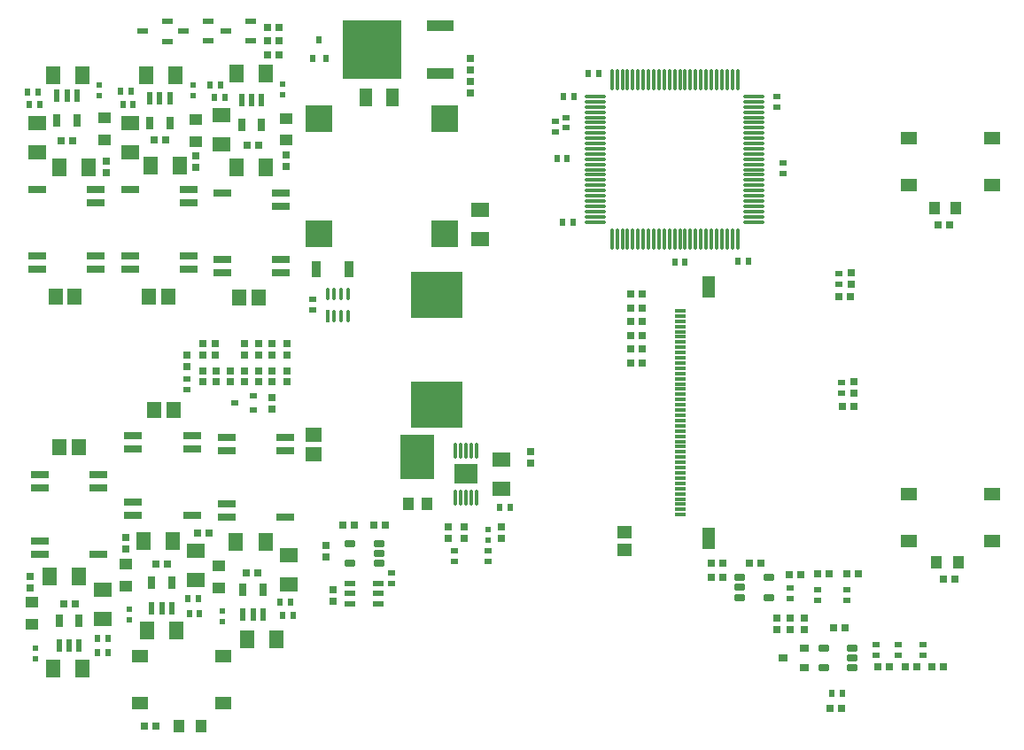
<source format=gtp>
G04*
G04 #@! TF.GenerationSoftware,Altium Limited,Altium Designer,22.1.2 (22)*
G04*
G04 Layer_Color=8421504*
%FSLAX44Y44*%
%MOMM*%
G71*
G04*
G04 #@! TF.SameCoordinates,74BE647B-5A68-4C54-96DD-97E0C3036DEC*
G04*
G04*
G04 #@! TF.FilePolarity,Positive*
G04*
G01*
G75*
%ADD15R,1.0000X0.3000*%
%ADD16R,1.3000X2.0000*%
%ADD17R,2.5000X2.5000*%
%ADD18R,0.5000X0.8000*%
%ADD19R,0.8000X0.5000*%
G04:AMPARAMS|DCode=20|XSize=0.6mm|YSize=1mm|CornerRadius=0.051mm|HoleSize=0mm|Usage=FLASHONLY|Rotation=270.000|XOffset=0mm|YOffset=0mm|HoleType=Round|Shape=RoundedRectangle|*
%AMROUNDEDRECTD20*
21,1,0.6000,0.8980,0,0,270.0*
21,1,0.4980,1.0000,0,0,270.0*
1,1,0.1020,-0.4490,-0.2490*
1,1,0.1020,-0.4490,0.2490*
1,1,0.1020,0.4490,0.2490*
1,1,0.1020,0.4490,-0.2490*
%
%ADD20ROUNDEDRECTD20*%
%ADD21R,0.7500X0.6500*%
%ADD22R,5.0000X4.5000*%
%ADD23R,0.5500X1.3000*%
%ADD24R,0.7000X1.3000*%
%ADD25R,0.6500X0.7500*%
%ADD26R,0.6400X0.5400*%
%ADD27R,1.0000X0.5000*%
%ADD28R,0.9000X0.8000*%
%ADD29R,2.1700X1.9400*%
%ADD30O,0.3000X1.6000*%
%ADD31R,0.3750X1.1565*%
G04:AMPARAMS|DCode=32|XSize=1.1565mm|YSize=0.375mm|CornerRadius=0.1875mm|HoleSize=0mm|Usage=FLASHONLY|Rotation=90.000|XOffset=0mm|YOffset=0mm|HoleType=Round|Shape=RoundedRectangle|*
%AMROUNDEDRECTD32*
21,1,1.1565,0.0000,0,0,90.0*
21,1,0.7815,0.3750,0,0,90.0*
1,1,0.3750,0.0000,0.3908*
1,1,0.3750,0.0000,-0.3908*
1,1,0.3750,0.0000,-0.3908*
1,1,0.3750,0.0000,0.3908*
%
%ADD32ROUNDEDRECTD32*%
%ADD33R,1.7000X0.8000*%
%ADD34R,1.0000X0.6000*%
%ADD35R,1.5562X1.4546*%
%ADD36R,1.3500X1.8000*%
%ADD37R,1.4546X1.5562*%
%ADD38R,0.5400X0.6400*%
%ADD39R,0.9000X1.6500*%
%ADD40R,2.6000X1.0600*%
%ADD41R,5.7000X5.6320*%
%ADD42R,0.5500X0.5000*%
%ADD43R,1.2000X1.1000*%
%ADD44R,1.8000X1.3500*%
%ADD45R,0.6500X0.5500*%
%ADD46R,0.5500X0.6500*%
%ADD47R,1.4000X1.2000*%
%ADD48R,3.2000X4.3500*%
%ADD49R,1.1000X1.1500*%
%ADD50R,1.1000X1.2000*%
%ADD51R,1.1544X1.7062*%
%ADD52O,0.3000X2.1000*%
%ADD53O,2.1000X0.3000*%
%ADD54R,1.5500X1.3000*%
D15*
X636500Y322500D02*
D03*
Y417500D02*
D03*
Y412500D02*
D03*
Y407500D02*
D03*
Y402500D02*
D03*
Y397500D02*
D03*
Y392500D02*
D03*
Y387500D02*
D03*
Y382500D02*
D03*
Y377500D02*
D03*
Y372500D02*
D03*
Y367500D02*
D03*
Y362500D02*
D03*
Y357500D02*
D03*
Y352500D02*
D03*
Y347500D02*
D03*
Y342500D02*
D03*
Y337500D02*
D03*
Y332500D02*
D03*
Y327500D02*
D03*
Y317500D02*
D03*
Y312500D02*
D03*
Y307500D02*
D03*
Y302500D02*
D03*
Y297500D02*
D03*
Y292500D02*
D03*
Y287500D02*
D03*
Y282500D02*
D03*
Y277500D02*
D03*
Y272500D02*
D03*
Y267500D02*
D03*
Y262500D02*
D03*
Y257500D02*
D03*
Y252500D02*
D03*
Y247500D02*
D03*
Y242500D02*
D03*
Y237500D02*
D03*
Y232500D02*
D03*
Y227500D02*
D03*
Y222500D02*
D03*
D16*
X663500Y199500D02*
D03*
Y440500D02*
D03*
D17*
X291618Y490906D02*
D03*
Y600906D02*
D03*
X411618Y490906D02*
D03*
Y600906D02*
D03*
D18*
X285118Y658500D02*
D03*
X298118D02*
D03*
X291618Y676500D02*
D03*
D19*
X228689Y322816D02*
D03*
Y335816D02*
D03*
X210689Y329315D02*
D03*
D20*
X773970Y76191D02*
D03*
Y95191D02*
D03*
X801470D02*
D03*
Y85691D02*
D03*
Y76191D02*
D03*
X721250Y162500D02*
D03*
Y143500D02*
D03*
X693750D02*
D03*
Y153000D02*
D03*
Y162500D02*
D03*
X321250Y175750D02*
D03*
Y194750D02*
D03*
X348750D02*
D03*
Y185250D02*
D03*
Y175750D02*
D03*
D21*
X755550Y123750D02*
D03*
Y112750D02*
D03*
X304880Y150770D02*
D03*
Y139770D02*
D03*
X298000Y193000D02*
D03*
Y182000D02*
D03*
X206689Y349275D02*
D03*
Y360274D02*
D03*
X193217Y349275D02*
D03*
Y360275D02*
D03*
X246704Y374920D02*
D03*
Y385920D02*
D03*
X233439Y375110D02*
D03*
Y386110D02*
D03*
X220271Y375110D02*
D03*
Y386110D02*
D03*
X180433Y374920D02*
D03*
Y385920D02*
D03*
X260846Y374920D02*
D03*
Y385920D02*
D03*
X192188Y374920D02*
D03*
Y385920D02*
D03*
X493322Y272000D02*
D03*
Y283000D02*
D03*
X246704Y334816D02*
D03*
Y323815D02*
D03*
X246704Y349275D02*
D03*
Y360275D02*
D03*
X233439Y349275D02*
D03*
Y360275D02*
D03*
X219859Y349275D02*
D03*
Y360275D02*
D03*
X180433Y349275D02*
D03*
Y360275D02*
D03*
X261117Y349275D02*
D03*
Y360275D02*
D03*
X436161Y647427D02*
D03*
Y658427D02*
D03*
Y625649D02*
D03*
Y636649D02*
D03*
X15000Y152500D02*
D03*
Y163500D02*
D03*
X87750Y560750D02*
D03*
Y549750D02*
D03*
X260215Y555427D02*
D03*
Y566427D02*
D03*
X174062Y554500D02*
D03*
Y565500D02*
D03*
X106938Y200515D02*
D03*
Y189515D02*
D03*
X165546Y364000D02*
D03*
Y375000D02*
D03*
X430217Y199989D02*
D03*
Y210989D02*
D03*
X465615Y200000D02*
D03*
Y211000D02*
D03*
X414650Y200245D02*
D03*
Y211244D02*
D03*
X800433Y454102D02*
D03*
Y443102D02*
D03*
X742000Y112750D02*
D03*
Y123750D02*
D03*
X803014Y338528D02*
D03*
Y349528D02*
D03*
X728947Y112738D02*
D03*
Y123738D02*
D03*
D22*
X403617Y432920D02*
D03*
Y327920D02*
D03*
D23*
X60020Y623471D02*
D03*
X50520D02*
D03*
X41020D02*
D03*
X42929Y97500D02*
D03*
X52429D02*
D03*
X61929D02*
D03*
X131635Y133150D02*
D03*
X141135D02*
D03*
X150635D02*
D03*
X218907Y126850D02*
D03*
X228407D02*
D03*
X237907D02*
D03*
X148796Y620787D02*
D03*
X139296D02*
D03*
X129796D02*
D03*
X236714Y618927D02*
D03*
X227215D02*
D03*
X217715D02*
D03*
D24*
X41020Y599471D02*
D03*
X60020D02*
D03*
X61929Y121500D02*
D03*
X42929D02*
D03*
X150635Y157150D02*
D03*
X131635D02*
D03*
X237907Y150850D02*
D03*
X218907D02*
D03*
X129796Y596787D02*
D03*
X148796D02*
D03*
X217715Y594927D02*
D03*
X236714D02*
D03*
D25*
X677657Y175799D02*
D03*
X666657D02*
D03*
X677527Y162500D02*
D03*
X666527D02*
D03*
X702500Y175799D02*
D03*
X713500D02*
D03*
X355260Y212240D02*
D03*
X344260D02*
D03*
X325500Y212500D02*
D03*
X314500D02*
D03*
X253390Y688201D02*
D03*
X242390D02*
D03*
X851699Y76746D02*
D03*
X862699D02*
D03*
X888151D02*
D03*
X877152D02*
D03*
X740703Y165239D02*
D03*
X751703D02*
D03*
X779264Y165636D02*
D03*
X768264D02*
D03*
X806761D02*
D03*
X795761D02*
D03*
X253464Y675540D02*
D03*
X242464D02*
D03*
Y662500D02*
D03*
X253464D02*
D03*
X47848Y137030D02*
D03*
X58848D02*
D03*
X55592Y579849D02*
D03*
X44592D02*
D03*
X223175Y576050D02*
D03*
X234175D02*
D03*
X133796Y580427D02*
D03*
X144796D02*
D03*
X175250Y205000D02*
D03*
X186250D02*
D03*
X232689Y166750D02*
D03*
X221688D02*
D03*
X146636Y175515D02*
D03*
X135635D02*
D03*
X589000Y433612D02*
D03*
X600000D02*
D03*
X589000Y420199D02*
D03*
X600000D02*
D03*
X589000Y407212D02*
D03*
X600000D02*
D03*
X589000Y393612D02*
D03*
X600000D02*
D03*
Y380734D02*
D03*
X589000D02*
D03*
X589000Y367112D02*
D03*
X600000D02*
D03*
X898870Y160761D02*
D03*
X887870D02*
D03*
X799014Y430700D02*
D03*
X788014D02*
D03*
X794070Y114086D02*
D03*
X783070D02*
D03*
X883000Y499832D02*
D03*
X894000D02*
D03*
X780199Y37594D02*
D03*
X791199D02*
D03*
X124759Y20561D02*
D03*
X135759D02*
D03*
X837027Y76746D02*
D03*
X826027D02*
D03*
X792014Y326344D02*
D03*
X803014D02*
D03*
D26*
X360775Y166754D02*
D03*
Y156754D02*
D03*
X527996Y602406D02*
D03*
Y592406D02*
D03*
X285118Y418543D02*
D03*
Y428543D02*
D03*
X517200Y598467D02*
D03*
Y588467D02*
D03*
X729155Y612406D02*
D03*
Y622406D02*
D03*
X869177Y98480D02*
D03*
Y88480D02*
D03*
X823840Y98448D02*
D03*
Y88448D02*
D03*
X844924Y98480D02*
D03*
Y88480D02*
D03*
X741526Y142250D02*
D03*
Y152250D02*
D03*
X768264Y140749D02*
D03*
Y150749D02*
D03*
X795761Y140749D02*
D03*
Y150749D02*
D03*
X452889Y187992D02*
D03*
Y177992D02*
D03*
X420519Y187838D02*
D03*
Y177838D02*
D03*
X788014Y443200D02*
D03*
Y453200D02*
D03*
X735112Y558906D02*
D03*
Y548906D02*
D03*
X791014Y339028D02*
D03*
Y349028D02*
D03*
D27*
X347990Y137600D02*
D03*
Y147100D02*
D03*
Y156600D02*
D03*
X320990Y137600D02*
D03*
Y147100D02*
D03*
Y156600D02*
D03*
D28*
X755054Y76191D02*
D03*
Y95192D02*
D03*
X735054Y85691D02*
D03*
D29*
X432019Y261302D02*
D03*
D30*
X422019Y238802D02*
D03*
X427019D02*
D03*
X432019D02*
D03*
X437019D02*
D03*
X442019D02*
D03*
X422019Y283802D02*
D03*
X427019D02*
D03*
X432019D02*
D03*
X437019D02*
D03*
X442019D02*
D03*
D31*
X299556Y412760D02*
D03*
D32*
X306056D02*
D03*
X312556D02*
D03*
X319056D02*
D03*
Y433777D02*
D03*
X312556D02*
D03*
X306056D02*
D03*
X299556D02*
D03*
D33*
X258908Y219900D02*
D03*
X202908D02*
D03*
Y232600D02*
D03*
X258908Y283400D02*
D03*
Y296100D02*
D03*
X202908Y283400D02*
D03*
Y296100D02*
D03*
X111092Y533100D02*
D03*
X167093D02*
D03*
Y520400D02*
D03*
X111092Y469600D02*
D03*
Y456900D02*
D03*
X167093Y469600D02*
D03*
Y456900D02*
D03*
X199204Y530074D02*
D03*
X255204D02*
D03*
Y517374D02*
D03*
X199204Y466574D02*
D03*
Y453874D02*
D03*
X255204Y466574D02*
D03*
Y453874D02*
D03*
X24429Y261100D02*
D03*
Y248400D02*
D03*
X80429Y261100D02*
D03*
Y248400D02*
D03*
X24429Y197600D02*
D03*
Y184900D02*
D03*
X80429D02*
D03*
X78093Y456900D02*
D03*
Y469600D02*
D03*
X22092Y456900D02*
D03*
Y469600D02*
D03*
X78093Y520400D02*
D03*
Y533100D02*
D03*
X22092D02*
D03*
X113908Y298115D02*
D03*
Y285415D02*
D03*
X169907Y298115D02*
D03*
Y285415D02*
D03*
X113908Y234615D02*
D03*
Y221915D02*
D03*
X169907D02*
D03*
D34*
X122750Y684631D02*
D03*
X146750Y694131D02*
D03*
Y675131D02*
D03*
X202465Y685040D02*
D03*
X226465Y694540D02*
D03*
Y675540D02*
D03*
X161486Y685040D02*
D03*
X185486Y694540D02*
D03*
Y675540D02*
D03*
D35*
X286260Y298673D02*
D03*
Y280158D02*
D03*
D36*
X212189Y196739D02*
D03*
X240189D02*
D03*
X123812Y197600D02*
D03*
X151812D02*
D03*
X33848Y163500D02*
D03*
X61848D02*
D03*
X158796Y556120D02*
D03*
X130796D02*
D03*
X71569Y554828D02*
D03*
X43569D02*
D03*
X240673Y554449D02*
D03*
X212673D02*
D03*
X65209Y75000D02*
D03*
X37209D02*
D03*
X37312Y643000D02*
D03*
X65312D02*
D03*
X240465Y643927D02*
D03*
X212465D02*
D03*
X154312Y643000D02*
D03*
X126312D02*
D03*
X222929Y103015D02*
D03*
X250929D02*
D03*
X126688Y112015D02*
D03*
X154688D02*
D03*
D37*
X134128Y322800D02*
D03*
X152643D02*
D03*
X43171Y287400D02*
D03*
X61687D02*
D03*
X147069Y431291D02*
D03*
X128554D02*
D03*
X58010D02*
D03*
X39494D02*
D03*
X233946Y430000D02*
D03*
X215431D02*
D03*
D38*
X558645Y644606D02*
D03*
X548645D02*
D03*
X90000Y90500D02*
D03*
X80000D02*
D03*
X79500Y104000D02*
D03*
X89500D02*
D03*
X12583Y626340D02*
D03*
X22583D02*
D03*
X24883Y614785D02*
D03*
X14883D02*
D03*
X197188Y633073D02*
D03*
X187188D02*
D03*
X191214Y621340D02*
D03*
X201214D02*
D03*
X111583Y627287D02*
D03*
X101583D02*
D03*
X103883Y614785D02*
D03*
X113883D02*
D03*
X264107Y138850D02*
D03*
X254107D02*
D03*
X256407Y125978D02*
D03*
X266407D02*
D03*
X167407Y127993D02*
D03*
X177407D02*
D03*
X175812Y141950D02*
D03*
X165812D02*
D03*
X781320Y51592D02*
D03*
X791320D02*
D03*
X641420Y463754D02*
D03*
X631420D02*
D03*
X535296Y622406D02*
D03*
X525296D02*
D03*
X534032Y502406D02*
D03*
X524032D02*
D03*
X691920Y464455D02*
D03*
X701920D02*
D03*
X528739Y563466D02*
D03*
X518739D02*
D03*
D39*
X319743Y456900D02*
D03*
X289244D02*
D03*
D40*
X407354Y690340D02*
D03*
Y644640D02*
D03*
D41*
X341854Y667500D02*
D03*
D42*
X20785Y84927D02*
D03*
Y95087D02*
D03*
X81736Y633073D02*
D03*
Y622913D02*
D03*
X256889Y623840D02*
D03*
Y634000D02*
D03*
X170736Y622913D02*
D03*
Y633073D02*
D03*
X199264Y130087D02*
D03*
Y119927D02*
D03*
X110264Y132102D02*
D03*
Y121942D02*
D03*
X452889Y198170D02*
D03*
Y208330D02*
D03*
D43*
X17459Y117500D02*
D03*
Y138500D02*
D03*
X86593Y601690D02*
D03*
Y580690D02*
D03*
X260215Y580427D02*
D03*
Y601427D02*
D03*
X174062Y579500D02*
D03*
Y600500D02*
D03*
X195938Y173500D02*
D03*
Y152500D02*
D03*
X106938Y175515D02*
D03*
Y154515D02*
D03*
D44*
X84513Y150804D02*
D03*
Y122804D02*
D03*
X22092Y569300D02*
D03*
Y597300D02*
D03*
X262188Y183729D02*
D03*
Y155729D02*
D03*
X173645Y188357D02*
D03*
Y160357D02*
D03*
X198209Y576721D02*
D03*
Y604721D02*
D03*
X111092Y569300D02*
D03*
Y597300D02*
D03*
X465615Y275000D02*
D03*
Y247000D02*
D03*
X445819Y513673D02*
D03*
Y485673D02*
D03*
D45*
X165546Y352105D02*
D03*
Y342105D02*
D03*
D46*
X474365Y229294D02*
D03*
X464365D02*
D03*
D47*
X583250Y189080D02*
D03*
Y206080D02*
D03*
D48*
X385643Y277433D02*
D03*
D49*
X394393Y232933D02*
D03*
X376893D02*
D03*
D50*
X178646Y20562D02*
D03*
X157645D02*
D03*
X900500Y516000D02*
D03*
X879500D02*
D03*
X902630Y177086D02*
D03*
X881630D02*
D03*
D51*
X361712Y621340D02*
D03*
X336194D02*
D03*
D52*
X691420Y638406D02*
D03*
X686420D02*
D03*
X681420D02*
D03*
X676420D02*
D03*
X671420D02*
D03*
X666420D02*
D03*
X661420D02*
D03*
X656420D02*
D03*
X651420D02*
D03*
X646420D02*
D03*
X641420D02*
D03*
X636420D02*
D03*
X631420D02*
D03*
X626420D02*
D03*
X621420D02*
D03*
X616420D02*
D03*
X611420D02*
D03*
X606420D02*
D03*
X601420D02*
D03*
X596420D02*
D03*
X591420D02*
D03*
X586420D02*
D03*
X581420D02*
D03*
X576420D02*
D03*
X571420D02*
D03*
Y486406D02*
D03*
X576420D02*
D03*
X581420D02*
D03*
X586420D02*
D03*
X591420D02*
D03*
X596420D02*
D03*
X601420D02*
D03*
X606420D02*
D03*
X611420D02*
D03*
X616420D02*
D03*
X621420D02*
D03*
X626420D02*
D03*
X631420D02*
D03*
X636420D02*
D03*
X641420D02*
D03*
X646420D02*
D03*
X651420D02*
D03*
X656420D02*
D03*
X661420D02*
D03*
X666420D02*
D03*
X671420D02*
D03*
X676420D02*
D03*
X681420D02*
D03*
X686420D02*
D03*
X691420D02*
D03*
D53*
X555420Y622406D02*
D03*
Y617406D02*
D03*
Y612406D02*
D03*
Y607406D02*
D03*
Y602406D02*
D03*
Y597406D02*
D03*
Y592406D02*
D03*
Y587406D02*
D03*
Y582406D02*
D03*
Y577406D02*
D03*
Y572406D02*
D03*
Y567406D02*
D03*
Y562406D02*
D03*
Y557406D02*
D03*
Y552406D02*
D03*
Y547406D02*
D03*
Y542406D02*
D03*
Y537406D02*
D03*
Y532406D02*
D03*
Y527406D02*
D03*
Y522406D02*
D03*
Y517406D02*
D03*
Y512406D02*
D03*
Y507406D02*
D03*
Y502406D02*
D03*
X707420D02*
D03*
Y507406D02*
D03*
Y512406D02*
D03*
Y517406D02*
D03*
Y522406D02*
D03*
Y527406D02*
D03*
Y532406D02*
D03*
Y537406D02*
D03*
Y542406D02*
D03*
Y547406D02*
D03*
Y552406D02*
D03*
Y557406D02*
D03*
Y562406D02*
D03*
Y567406D02*
D03*
Y572406D02*
D03*
Y577406D02*
D03*
Y582406D02*
D03*
Y587406D02*
D03*
Y592406D02*
D03*
Y597406D02*
D03*
Y602406D02*
D03*
Y607406D02*
D03*
Y612406D02*
D03*
Y617406D02*
D03*
Y622406D02*
D03*
D54*
X199750Y42500D02*
D03*
Y87500D02*
D03*
X120250Y42500D02*
D03*
Y87500D02*
D03*
X934750Y197500D02*
D03*
Y242500D02*
D03*
X855250Y197500D02*
D03*
Y242500D02*
D03*
X934750Y537500D02*
D03*
Y582500D02*
D03*
X855250Y537500D02*
D03*
Y582500D02*
D03*
M02*

</source>
